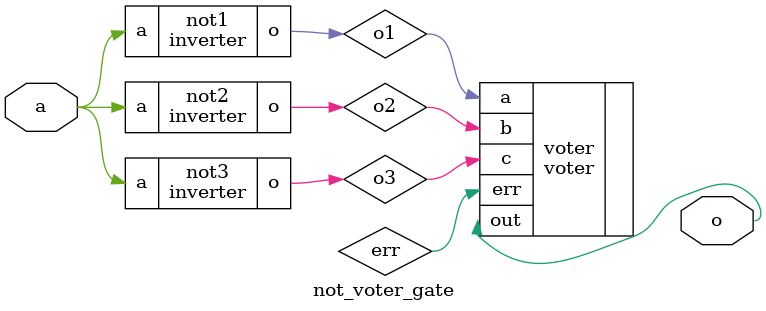
<source format=sv>

(* tamara_triplicate *)
module inverter(
    input logic a,
    output logic o
);

assign o = !a;

endmodule


////////////////////////////////////////////

// Gate circuit with voter, should be functionally equivalent to gold circuit
module not_voter_gate(
    input logic a,
    output logic o
);

logic o1;
logic o2;
logic o3;
logic err;

inverter not1(.a(a), .o(o1));
inverter not2(.a(a), .o(o2));
inverter not3(.a(a), .o(o3));

voter voter(
    .a(o1),
    .b(o2),
    .c(o3),
    .out(o),
    .err(err)
);

endmodule


</source>
